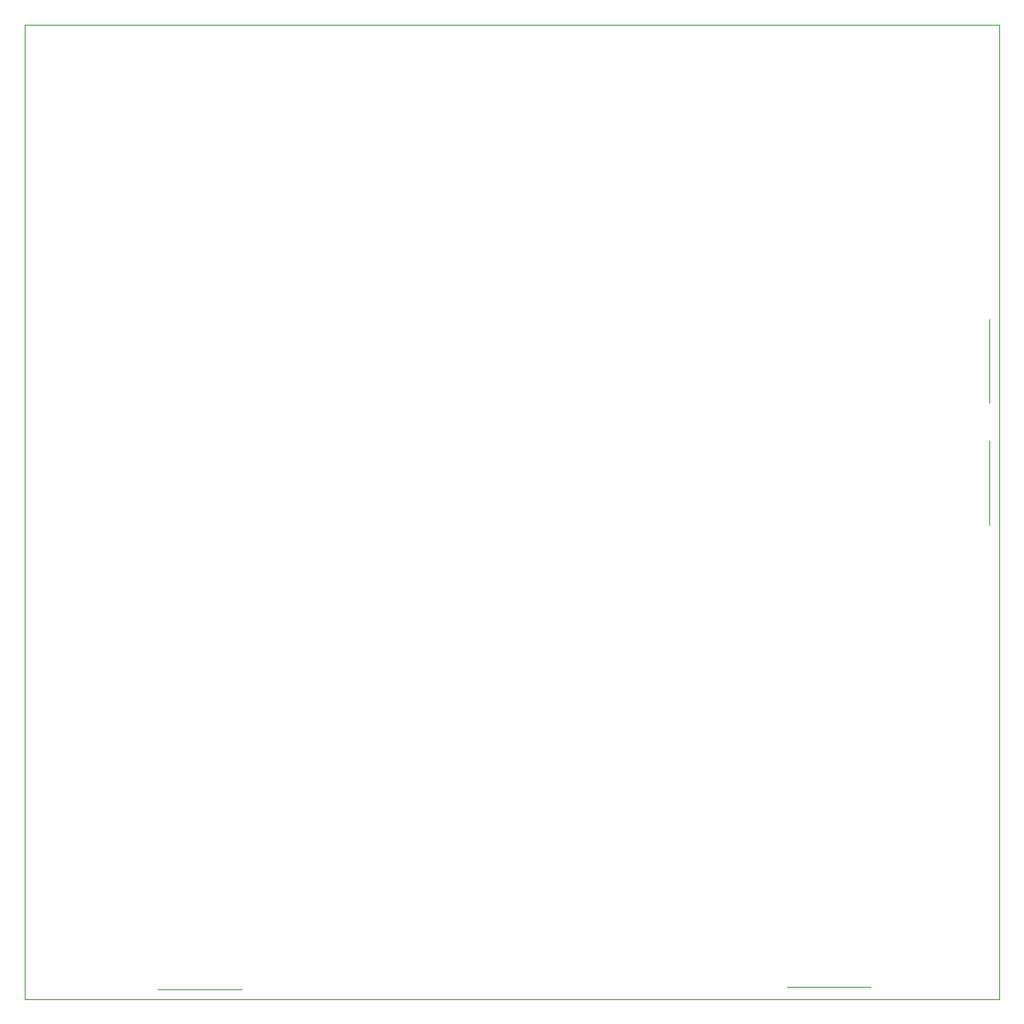
<source format=gbr>
%TF.GenerationSoftware,KiCad,Pcbnew,(6.0.5)*%
%TF.CreationDate,2022-06-30T03:28:59+08:00*%
%TF.ProjectId,lkt100a1_bclamp,6c6b7431-3030-4613-915f-62636c616d70,rev?*%
%TF.SameCoordinates,Original*%
%TF.FileFunction,Profile,NP*%
%FSLAX46Y46*%
G04 Gerber Fmt 4.6, Leading zero omitted, Abs format (unit mm)*
G04 Created by KiCad (PCBNEW (6.0.5)) date 2022-06-30 03:28:59*
%MOMM*%
%LPD*%
G01*
G04 APERTURE LIST*
%TA.AperFunction,Profile*%
%ADD10C,0.100000*%
%TD*%
G04 APERTURE END LIST*
D10*
X160000010Y-35000006D02*
X60000007Y-35000006D01*
X160000010Y-135000009D02*
X160000010Y-35000006D01*
X60000007Y-35000006D02*
X60000007Y-135000009D01*
X60000007Y-135000009D02*
X160000010Y-135000009D01*
%TO.C,J1*%
X82236600Y-133962809D02*
X73636600Y-133962809D01*
%TO.C,J7*%
X159003000Y-77715609D02*
X159003000Y-86315609D01*
%TO.C,J6*%
X158952200Y-65218809D02*
X158952200Y-73818809D01*
%TO.C,J2*%
X146803400Y-133759609D02*
X138203400Y-133759609D01*
%TD*%
M02*

</source>
